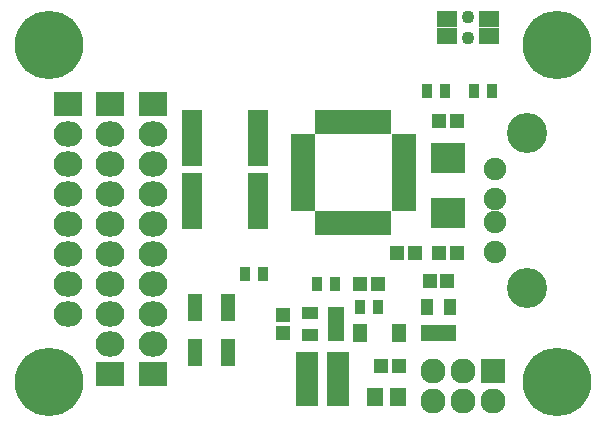
<source format=gts>
G04 #@! TF.FileFunction,Soldermask,Top*
%FSLAX46Y46*%
G04 Gerber Fmt 4.6, Leading zero omitted, Abs format (unit mm)*
G04 Created by KiCad (PCBNEW 4.0.5) date 02/11/17 17:41:13*
%MOMM*%
%LPD*%
G01*
G04 APERTURE LIST*
%ADD10C,0.100000*%
%ADD11C,5.800000*%
%ADD12R,2.432000X2.127200*%
%ADD13O,2.432000X2.127200*%
%ADD14R,1.797000X0.831800*%
%ADD15R,2.127200X2.127200*%
%ADD16O,2.127200X2.127200*%
%ADD17R,1.150000X0.800000*%
%ADD18R,1.150000X0.700000*%
%ADD19R,1.200000X1.150000*%
%ADD20R,1.150000X1.200000*%
%ADD21R,1.400000X1.650000*%
%ADD22R,0.900000X1.300000*%
%ADD23R,1.310000X1.620000*%
%ADD24C,1.901140*%
%ADD25C,3.399740*%
%ADD26R,1.900000X4.600000*%
%ADD27R,2.000000X0.950000*%
%ADD28R,0.950000X2.000000*%
%ADD29R,1.460000X1.050000*%
%ADD30R,1.050000X1.460000*%
%ADD31R,3.000000X2.660000*%
%ADD32R,1.800000X1.450000*%
%ADD33C,1.100000*%
G04 APERTURE END LIST*
D10*
D11*
X70500000Y-61000000D03*
D12*
X79300000Y-66000000D03*
D13*
X79300000Y-68540000D03*
X79300000Y-71080000D03*
X79300000Y-73620000D03*
X79300000Y-76160000D03*
X79300000Y-78700000D03*
D12*
X75700000Y-66000000D03*
D13*
X75700000Y-68540000D03*
X75700000Y-71080000D03*
X75700000Y-73620000D03*
X75700000Y-76160000D03*
X75700000Y-78700000D03*
D12*
X72100000Y-66000000D03*
D13*
X72100000Y-68540000D03*
X72100000Y-71080000D03*
X72100000Y-73620000D03*
X72100000Y-76160000D03*
X72100000Y-78700000D03*
X72100000Y-81240000D03*
X72100000Y-83780000D03*
D12*
X79300000Y-88840000D03*
D13*
X79300000Y-86300000D03*
X79300000Y-83760000D03*
X79300000Y-81220000D03*
D12*
X75700000Y-88840000D03*
D13*
X75700000Y-86300000D03*
X75700000Y-83760000D03*
X75700000Y-81220000D03*
D14*
X82606000Y-66969600D03*
X82606000Y-67604600D03*
X82606000Y-68265000D03*
X82606000Y-68900000D03*
X82606000Y-69560400D03*
X82606000Y-70208100D03*
X82606000Y-70855800D03*
X88194000Y-70855800D03*
X88194000Y-70208100D03*
X88194000Y-69560400D03*
X88194000Y-68900000D03*
X88194000Y-68252300D03*
X88194000Y-67604600D03*
X88194000Y-66956900D03*
X82606000Y-72269600D03*
X82606000Y-72904600D03*
X82606000Y-73565000D03*
X82606000Y-74200000D03*
X82606000Y-74860400D03*
X82606000Y-75508100D03*
X82606000Y-76155800D03*
X88194000Y-76155800D03*
X88194000Y-75508100D03*
X88194000Y-74860400D03*
X88194000Y-74200000D03*
X88194000Y-73552300D03*
X88194000Y-72904600D03*
X88194000Y-72256900D03*
D15*
X108140000Y-88600000D03*
D16*
X108140000Y-91140000D03*
X105600000Y-88600000D03*
X105600000Y-91140000D03*
X103060000Y-88600000D03*
X103060000Y-91140000D03*
D17*
X85675000Y-84000000D03*
D18*
X85675000Y-83450000D03*
X85675000Y-82950000D03*
D17*
X85675000Y-82400000D03*
X82925000Y-84000000D03*
D18*
X82925000Y-82950000D03*
X82925000Y-83450000D03*
D17*
X82925000Y-82400000D03*
D19*
X103550000Y-67400000D03*
X105050000Y-67400000D03*
X103550000Y-78600000D03*
X105050000Y-78600000D03*
D20*
X90300000Y-85350000D03*
X90300000Y-83850000D03*
D19*
X100000000Y-78600000D03*
X101500000Y-78600000D03*
X98350000Y-81200000D03*
X96850000Y-81200000D03*
X100150000Y-88200000D03*
X98650000Y-88200000D03*
D21*
X100100000Y-90800000D03*
X98100000Y-90800000D03*
D19*
X102750000Y-81000000D03*
X104250000Y-81000000D03*
D22*
X102550000Y-64900000D03*
X104050000Y-64900000D03*
D23*
X100135000Y-85400000D03*
X96865000Y-85400000D03*
D24*
X108290000Y-71500000D03*
X108290000Y-74000000D03*
X108290000Y-76000000D03*
X108290000Y-78500000D03*
D25*
X111000000Y-68430000D03*
X111000000Y-81570000D03*
D26*
X92350000Y-89300000D03*
X94980000Y-89300000D03*
D22*
X108050000Y-64900000D03*
X106550000Y-64900000D03*
X98350000Y-83200000D03*
X96850000Y-83200000D03*
X94750000Y-81200000D03*
X93250000Y-81200000D03*
X87150000Y-80400000D03*
X88650000Y-80400000D03*
D27*
X92050000Y-69000000D03*
X92050000Y-69800000D03*
X92050000Y-70600000D03*
X92050000Y-71400000D03*
X92050000Y-72200000D03*
X92050000Y-73000000D03*
X92050000Y-73800000D03*
X92050000Y-74600000D03*
D28*
X93500000Y-76050000D03*
X94300000Y-76050000D03*
X95100000Y-76050000D03*
X95900000Y-76050000D03*
X96700000Y-76050000D03*
X97500000Y-76050000D03*
X98300000Y-76050000D03*
X99100000Y-76050000D03*
D27*
X100550000Y-74600000D03*
X100550000Y-73800000D03*
X100550000Y-73000000D03*
X100550000Y-72200000D03*
X100550000Y-71400000D03*
X100550000Y-70600000D03*
X100550000Y-69800000D03*
X100550000Y-69000000D03*
D28*
X99100000Y-67550000D03*
X98300000Y-67550000D03*
X97500000Y-67550000D03*
X96700000Y-67550000D03*
X95900000Y-67550000D03*
X95100000Y-67550000D03*
X94300000Y-67550000D03*
X93500000Y-67550000D03*
D29*
X94800000Y-85550000D03*
X94800000Y-84600000D03*
X94800000Y-83650000D03*
X92600000Y-83650000D03*
X92600000Y-85550000D03*
D30*
X102550000Y-85400000D03*
X103500000Y-85400000D03*
X104450000Y-85400000D03*
X104450000Y-83200000D03*
X102550000Y-83200000D03*
D17*
X85675000Y-87800000D03*
D18*
X85675000Y-87250000D03*
X85675000Y-86750000D03*
D17*
X85675000Y-86200000D03*
X82925000Y-87800000D03*
D18*
X82925000Y-86750000D03*
X82925000Y-87250000D03*
D17*
X82925000Y-86200000D03*
D31*
X104300000Y-70570000D03*
X104300000Y-75230000D03*
D11*
X70500000Y-89500000D03*
X113500000Y-89500000D03*
X113500000Y-61000000D03*
D32*
X104200000Y-60225000D03*
X107800000Y-60225000D03*
X104200000Y-58775000D03*
X107800000Y-58775000D03*
D33*
X106000000Y-60400000D03*
X106000000Y-58600000D03*
M02*

</source>
